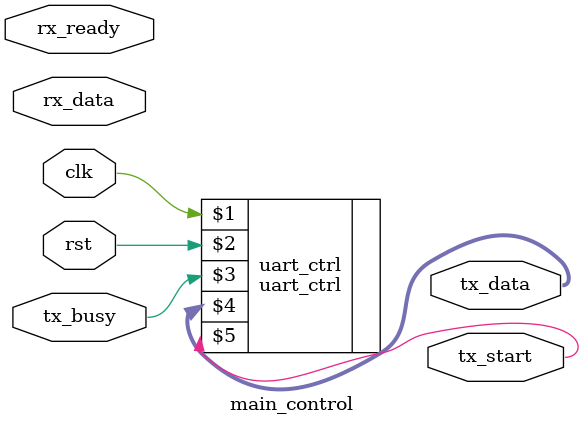
<source format=v>
module main_control(
    input clk,
    input wire rst,
    output [7:0] tx_data,
    output tx_start,
    input tx_busy,
    input [7:0] rx_data,
    input rx_ready
);

    uart_ctrl uart_ctrl(clk,rst,tx_busy,tx_data,tx_start); // NEW UART
endmodule
</source>
